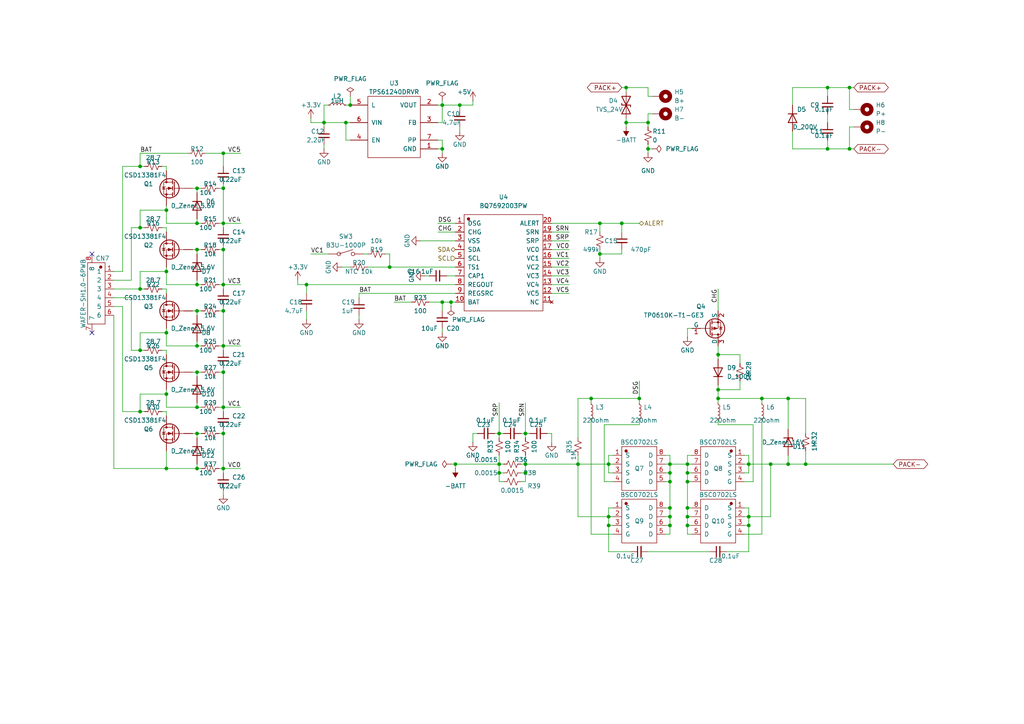
<source format=kicad_sch>
(kicad_sch (version 20231120) (generator "eeschema") (generator_version "8.0")
  (paper "A4")
  (title_block (title "CawBMS") (date "2023-11-22") (rev "v1.0.0") (company "GUAIK"))
  (lib_symbols
    (symbol "-BATT_1" (power) (pin_numbers hide) (pin_names (offset 0) hide)
      (property "Value" "-BATT" (at 0 3.556 0))
      (symbol "-BATT_1_1_1"
        (pin power_in line (at 0 0 90) (length 0) (name "~") (number "1"))
      )
    )
    (symbol "Device:C_Small" (pin_numbers hide) (pin_names (offset 0.254) hide)
      (property "Reference" "C" (at 0.254 1.778 0))
      (property "Value" "C_Small" (at 0.254 -2.032 0))
      (symbol "C_Small_1_1"
        (pin passive line (at 0 2.54 270) (length 2.032) (name "~") (number "1"))
        (pin passive line (at 0 -2.54 90) (length 2.032) (name "~") (number "2"))
      )
    )
    (symbol "Device:D" (pin_numbers hide) (pin_names (offset 1.016) hide)
      (property "Reference" "D" (at 0 2.54 0))
      (property "Value" "D" (at 0 -2.54 0))
      (symbol "D_1_1"
        (pin passive line (at -3.81 0 0) (length 2.54) (name "K") (number "1"))
        (pin passive line (at 3.81 0 180) (length 2.54) (name "A") (number "2"))
      )
    )
    (symbol "Device:D_TVS" (pin_numbers hide) (pin_names (offset 1.016) hide)
      (property "Reference" "D" (at 0 2.54 0))
      (property "Value" "D_TVS" (at 0 -2.54 0))
      (symbol "D_TVS_1_1"
        (pin passive line (at -3.81 0 0) (length 2.54) (name "A1") (number "1"))
        (pin passive line (at 3.81 0 180) (length 2.54) (name "A2") (number "2"))
      )
    )
    (symbol "Device:D_Zener" (pin_numbers hide) (pin_names (offset 1.016) hide)
      (property "Reference" "D" (at 0 2.54 0))
      (property "Value" "D_Zener" (at 0 -2.54 0))
      (symbol "D_Zener_1_1"
        (pin passive line (at -3.81 0 0) (length 2.54) (name "K") (number "1"))
        (pin passive line (at 3.81 0 180) (length 2.54) (name "A") (number "2"))
      )
    )
    (symbol "Device:L_Small" (pin_numbers hide) (pin_names (offset 0.254) hide)
      (property "Reference" "L" (at 0.762 1.016 0))
      (property "Value" "L_Small" (at 0.762 -1.016 0))
      (symbol "L_Small_1_1"
        (pin passive line (at 0 2.54 270) (length 0.508) (name "~") (number "1"))
        (pin passive line (at 0 -2.54 90) (length 0.508) (name "~") (number "2"))
      )
    )
    (symbol "Device:R_Small_US" (pin_numbers hide) (pin_names (offset 0.254) hide)
      (property "Reference" "R" (at 0.762 0.508 0))
      (property "Value" "R_Small_US" (at 0.762 -1.016 0))
      (symbol "R_Small_US_1_1"
        (pin passive line (at 0 2.54 270) (length 1.016) (name "~") (number "1"))
        (pin passive line (at 0 -2.54 90) (length 1.016) (name "~") (number "2"))
      )
    )
    (symbol "Mechanical:MountingHole_Pad" (pin_numbers hide) (pin_names (offset 1.016) hide)
      (property "Reference" "H" (at 0 6.35 0))
      (property "Value" "MountingHole_Pad" (at 0 4.445 0))
      (symbol "MountingHole_Pad_1_1"
        (pin input line (at 0 -2.54 90) (length 2.54) (name "1") (number "1"))
      )
    )
    (symbol "MountingHole_Pad_1" (pin_numbers hide) (pin_names (offset 1.016) hide)
      (property "Reference" "H" (at 0 6.35 0))
      (property "Value" "MountingHole_Pad" (at 0 4.445 0))
      (symbol "MountingHole_Pad_1_1_1"
        (pin input line (at 0 -2.54 90) (length 2.54) (name "1") (number "1"))
      )
    )
    (symbol "MountingHole_Pad_2" (pin_numbers hide) (pin_names (offset 1.016) hide)
      (property "Reference" "H" (at 0 6.35 0))
      (property "Value" "MountingHole_Pad" (at 0 4.445 0))
      (symbol "MountingHole_Pad_2_1_1"
        (pin input line (at 0 -2.54 90) (length 2.54) (name "1") (number "1"))
      )
    )
    (symbol "MountingHole_Pad_3" (pin_numbers hide) (pin_names (offset 1.016) hide)
      (property "Reference" "H" (at 0 6.35 0))
      (property "Value" "MountingHole_Pad" (at 0 4.445 0))
      (symbol "MountingHole_Pad_3_1_1"
        (pin input line (at 0 -2.54 90) (length 2.54) (name "1") (number "1"))
      )
    )
    (symbol "Rick_BMS:BQ7692003PW" (pin_names (offset 1.016))
      (property "Reference" "U" (at 0 16.51 0))
      (property "Value" "BQ7692003PW" (at 0 21.59 0))
      (symbol "BQ7692003PW_1_1"
        (pin output line (at -13.97 11.43 0) (length 2.54) (name "DSG") (number "1"))
        (pin power_in line (at -13.97 -11.43 0) (length 2.54) (name "BAT") (number "10"))
        (pin no_connect line (at 13.97 -11.43 180) (length 2.54) (name "NC") (number "11"))
        (pin input line (at 13.97 -8.89 180) (length 2.54) (name "VC5") (number "12"))
        (pin input line (at 13.97 -6.35 180) (length 2.54) (name "VC4") (number "13"))
        (pin input line (at 13.97 -3.81 180) (length 2.54) (name "VC3") (number "14"))
        (pin input line (at 13.97 -1.27 180) (length 2.54) (name "VC2") (number "15"))
        (pin input line (at 13.97 1.27 180) (length 2.54) (name "VC1") (number "16"))
        (pin input line (at 13.97 3.81 180) (length 2.54) (name "VC0") (number "17"))
        (pin input line (at 13.97 6.35 180) (length 2.54) (name "SRP") (number "18"))
        (pin input line (at 13.97 8.89 180) (length 2.54) (name "SRN") (number "19"))
        (pin output line (at -13.97 8.89 0) (length 2.54) (name "CHG") (number "2"))
        (pin bidirectional line (at 13.97 11.43 180) (length 2.54) (name "ALERT") (number "20"))
        (pin power_in line (at -13.97 6.35 0) (length 2.54) (name "VSS") (number "3"))
        (pin bidirectional line (at -13.97 3.81 0) (length 2.54) (name "SDA") (number "4"))
        (pin input line (at -13.97 1.27 0) (length 2.54) (name "SCL") (number "5"))
        (pin input line (at -13.97 -1.27 0) (length 2.54) (name "TS1") (number "6"))
        (pin output line (at -13.97 -3.81 0) (length 2.54) (name "CAP1") (number "7"))
        (pin power_out line (at -13.97 -6.35 0) (length 2.54) (name "REGOUT") (number "8"))
        (pin input line (at -13.97 -8.89 0) (length 2.54) (name "REGSRC") (number "9"))
      )
    )
    (symbol "Rick_Connector:WAFER-SH1.0-6PWB" (pin_names (offset 1.016))
      (property "Reference" "CN" (at 0 14.224 0))
      (property "Value" "WAFER-SH1.0-6PWB" (at 0 19.304 0))
      (symbol "WAFER-SH1.0-6PWB_1_1"
        (pin input line (at -5.08 6.35 0) (length 2.54) (name "1") (number "1"))
        (pin input line (at -5.08 3.81 0) (length 2.54) (name "2") (number "2"))
        (pin input line (at -5.08 1.27 0) (length 2.54) (name "3") (number "3"))
        (pin input line (at -5.08 -1.27 0) (length 2.54) (name "4") (number "4"))
        (pin input line (at -5.08 -3.81 0) (length 2.54) (name "5") (number "5"))
        (pin input line (at -5.08 -6.35 0) (length 2.54) (name "6") (number "6"))
        (pin input line (at 1.27 -11.43 90) (length 2.54) (name "7") (number "7"))
        (pin input line (at 1.27 11.43 270) (length 2.54) (name "8") (number "8"))
      )
    )
    (symbol "Rick_DC-DC:TPS61240DRVR" (pin_names (offset 1.016))
      (property "Reference" "U" (at 0 11.557 0))
      (property "Value" "TPS61240DRVR" (at 0 16.637 0))
      (symbol "TPS61240DRVR_1_1"
        (pin power_in line (at 12.7 -6.35 180) (length 5.08) (name "GND") (number "1"))
        (pin power_in line (at 12.7 6.35 180) (length 5.08) (name "VOUT") (number "2"))
        (pin input line (at 12.7 1.27 180) (length 5.08) (name "FB") (number "3"))
        (pin input line (at -12.7 -3.81 0) (length 5.08) (name "EN") (number "4"))
        (pin power_in line (at -12.7 6.35 0) (length 5.08) (name "L") (number "5"))
        (pin power_in line (at -12.7 1.27 0) (length 5.08) (name "VIN") (number "6"))
        (pin power_in line (at 12.7 -3.81 180) (length 5.08) (name "PP") (number "7"))
      )
    )
    (symbol "Rick_MOSFET:BSC0702LS" (pin_names (offset 1.016))
      (property "Reference" "Q" (at 0 10.3124 0))
      (property "Value" "BSC0702LS" (at 0 15.3924 0))
      (symbol "BSC0702LS_1_1"
        (pin passive line (at -7.62 5.08 0) (length 2.54) (name "S") (number "1"))
        (pin passive line (at -7.62 2.54 0) (length 2.54) (name "S") (number "2"))
        (pin passive line (at -7.62 0 0) (length 2.54) (name "S") (number "3"))
        (pin input line (at -7.62 -2.54 0) (length 2.54) (name "G") (number "4"))
        (pin passive line (at 7.62 -2.54 180) (length 2.54) (name "D") (number "5"))
        (pin passive line (at 7.62 0 180) (length 2.54) (name "D") (number "6"))
        (pin passive line (at 7.62 2.54 180) (length 2.54) (name "D") (number "7"))
        (pin passive line (at 7.62 5.08 180) (length 2.54) (name "D") (number "8"))
      )
    )
    (symbol "Rick_MOSFET:CSD13381F4" (pin_numbers hide) (pin_names (offset 1.016) hide)
      (property "Reference" "Q" (at -1.27 5.08 0))
      (property "Value" "CSD13381F4" (at -6.35 7.62 0))
      (symbol "CSD13381F4_1_1"
        (pin input line (at -6.35 0 0) (length 2.54) (name "G") (number "1"))
        (pin passive line (at 1.27 -5.08 90) (length 2.54) (name "S") (number "2"))
        (pin passive line (at 1.27 5.08 270) (length 2.54) (name "D") (number "3"))
      )
    )
    (symbol "Rick_MOSFET:TP0610K-T1-GE3" (pin_names (offset 0))
      (property "Reference" "Q" (at 5.08 1.27 0))
      (property "Value" "TP0610K-T1-GE3" (at 5.08 -1.27 0))
      (symbol "TP0610K-T1-GE3_1_1"
        (pin input line (at -5.08 0 0) (length 2.54) (name "G") (number "1"))
        (pin passive line (at 2.54 -5.08 90) (length 2.54) (name "S") (number "2"))
        (pin passive line (at 2.54 5.08 270) (length 2.54) (name "D") (number "3"))
      )
    )
    (symbol "Rick_Switch:B3U-1000P" (pin_numbers hide) (pin_names (offset 1.016) hide)
      (property "Reference" "SW" (at 0 2.54 0))
      (property "Value" "B3U-1000P" (at 0 5.08 0))
      (symbol "B3U-1000P_0_1"
        (pin passive line (at -5.08 0 0) (length 2.54) (name "1") (number "1"))
        (pin passive line (at 5.08 0 180) (length 2.54) (name "2") (number "2"))
      )
    )
    (symbol "power:+3.3V" (power) (pin_numbers hide) (pin_names (offset 0) hide)
      (property "Value" "+3.3V" (at 0 3.556 0))
      (symbol "+3.3V_1_1"
        (pin power_in line (at 0 0 90) (length 0) (name "~") (number "1"))
      )
    )
    (symbol "power:+5V" (power) (pin_numbers hide) (pin_names (offset 0) hide)
      (property "Value" "+5V" (at 0 3.556 0))
      (symbol "+5V_1_1"
        (pin power_in line (at 0 0 90) (length 0) (name "~") (number "1"))
      )
    )
    (symbol "power:-BATT" (power) (pin_numbers hide) (pin_names (offset 0) hide)
      (property "Value" "-BATT" (at 0 3.556 0))
      (symbol "-BATT_1_1"
        (pin power_in line (at 0 0 90) (length 0) (name "~") (number "1"))
      )
    )
    (symbol "power:GND" (power) (pin_numbers hide) (pin_names (offset 0) hide)
      (property "Value" "GND" (at 0 -3.81 0))
      (symbol "GND_1_1"
        (pin power_in line (at 0 0 270) (length 0) (name "~") (number "1"))
      )
    )
    (symbol "power:PWR_FLAG" (power) (pin_numbers hide) (pin_names (offset 0) hide)
      (property "Value" "PWR_FLAG" (at 0 3.81 0))
      (symbol "PWR_FLAG_0_0"
        (pin power_out line (at 0 0 90) (length 0) (name "~") (number "1"))
      )
    )
  )
  (junction (at 199.39 152.4))
  (junction (at 240.03 43.18))
  (junction (at 185.42 115.57))
  (junction (at 57.15 54.61))
  (junction (at 132.08 134.62))
  (junction (at 194.31 134.62))
  (junction (at 181.61 25.4))
  (junction (at 233.68 134.62))
  (junction (at 128.27 30.48))
  (junction (at 199.39 147.32))
  (junction (at 64.77 72.39))
  (junction (at 228.6 115.57))
  (junction (at 57.15 82.55))
  (junction (at 217.17 134.62))
  (junction (at 57.15 107.95))
  (junction (at 176.53 152.4))
  (junction (at 246.38 43.18))
  (junction (at 180.34 64.77))
  (junction (at 48.26 114.3))
  (junction (at 199.39 137.16))
  (junction (at 199.39 134.62))
  (junction (at 194.31 139.7))
  (junction (at 152.4 125.73))
  (junction (at 208.28 115.57))
  (junction (at 173.99 64.77))
  (junction (at 40.64 83.82))
  (junction (at 57.15 90.17))
  (junction (at 64.77 90.17))
  (junction (at 223.52 134.62))
  (junction (at 100.33 35.56))
  (junction (at 48.26 96.52))
  (junction (at 64.77 100.33))
  (junction (at 57.15 100.33))
  (junction (at 64.77 54.61))
  (junction (at 176.53 134.62))
  (junction (at 240.03 25.4))
  (junction (at 40.64 48.26))
  (junction (at 144.78 137.16))
  (junction (at 57.15 125.73))
  (junction (at 128.27 87.63))
  (junction (at 128.27 43.18))
  (junction (at 57.15 118.11))
  (junction (at 48.26 135.89))
  (junction (at 64.77 118.11))
  (junction (at 208.28 102.87))
  (junction (at 93.98 35.56))
  (junction (at 64.77 82.55))
  (junction (at 64.77 125.73))
  (junction (at 48.26 78.74))
  (junction (at 40.64 66.04))
  (junction (at 144.78 125.73))
  (junction (at 130.81 87.63))
  (junction (at 167.64 134.62))
  (junction (at 101.6 30.48))
  (junction (at 64.77 107.95))
  (junction (at 64.77 44.45))
  (junction (at 173.99 73.66))
  (junction (at 152.4 137.16))
  (junction (at 217.17 149.86))
  (junction (at 228.6 134.62))
  (junction (at 133.35 30.48))
  (junction (at 199.39 139.7))
  (junction (at 64.77 135.89))
  (junction (at 144.78 134.62))
  (junction (at 40.64 119.38))
  (junction (at 199.39 149.86))
  (junction (at 57.15 72.39))
  (junction (at 217.17 152.4))
  (junction (at 187.96 43.18))
  (junction (at 88.9 82.55))
  (junction (at 48.26 60.96))
  (junction (at 194.31 147.32))
  (junction (at 194.31 152.4))
  (junction (at 220.98 115.57))
  (junction (at 152.4 134.62))
  (junction (at 57.15 64.77))
  (junction (at 194.31 149.86))
  (junction (at 194.31 137.16))
  (junction (at 57.15 135.89))
  (junction (at 246.38 25.4))
  (junction (at 176.53 149.86))
  (junction (at 181.61 35.56))
  (junction (at 208.28 113.03))
  (junction (at 113.03 77.47))
  (junction (at 171.45 115.57))
  (junction (at 40.64 101.6))
  (junction (at 64.77 64.77))
  (junction (at 187.96 35.56))
  (no_connect (at 26.67 73.66))
  (no_connect (at 26.67 96.52))
  (wire (pts (xy 199.39 152.4) (xy 199.39 154.94)))
  (wire (pts (xy 228.6 115.57) (xy 220.98 115.57)))
  (wire (pts (xy 199.39 147.32) (xy 199.39 149.86)))
  (wire (pts (xy 101.6 40.64) (xy 100.33 40.64)))
  (wire (pts (xy 64.77 100.33) (xy 69.85 100.33)))
  (wire (pts (xy 64.77 100.33) (xy 64.77 101.6)))
  (wire (pts (xy 130.81 134.62) (xy 132.08 134.62)))
  (wire (pts (xy 64.77 125.73) (xy 64.77 135.89)))
  (wire (pts (xy 128.27 40.64) (xy 128.27 43.18)))
  (wire (pts (xy 220.98 121.92) (xy 220.98 154.94)))
  (wire (pts (xy 40.64 96.52) (xy 48.26 96.52)))
  (wire (pts (xy 64.77 142.24) (xy 64.77 143.51)))
  (wire (pts (xy 48.26 114.3) (xy 48.26 118.11)))
  (wire (pts (xy 217.17 132.08) (xy 217.17 134.62)))
  (wire (pts (xy 40.64 83.82) (xy 40.64 78.74)))
  (wire (pts (xy 124.46 87.63) (xy 128.27 87.63)))
  (wire (pts (xy 93.98 35.56) (xy 93.98 36.83)))
  (wire (pts (xy 64.77 82.55) (xy 69.85 82.55)))
  (wire (pts (xy 46.99 66.04) (xy 48.26 66.04)))
  (wire (pts (xy 64.77 118.11) (xy 69.85 118.11)))
  (wire (pts (xy 160.02 125.73) (xy 160.02 128.27)))
  (wire (pts (xy 199.39 149.86) (xy 199.39 152.4)))
  (wire (pts (xy 215.9 134.62) (xy 217.17 134.62)))
  (wire (pts (xy 133.35 30.48) (xy 128.27 30.48)))
  (wire (pts (xy 132.08 85.09) (xy 104.14 85.09)))
  (wire (pts (xy 40.64 114.3) (xy 48.26 114.3)))
  (wire (pts (xy 64.77 100.33) (xy 64.77 90.17)))
  (wire (pts (xy 189.23 33.02) (xy 187.96 33.02)))
  (wire (pts (xy 48.26 100.33) (xy 57.15 100.33)))
  (wire (pts (xy 128.27 87.63) (xy 130.81 87.63)))
  (wire (pts (xy 193.04 152.4) (xy 194.31 152.4)))
  (wire (pts (xy 214.63 105.41) (xy 214.63 102.87)))
  (wire (pts (xy 246.38 36.83) (xy 247.65 36.83)))
  (wire (pts (xy 176.53 149.86) (xy 176.53 152.4)))
  (wire (pts (xy 90.17 35.56) (xy 93.98 35.56)))
  (wire (pts (xy 121.92 69.85) (xy 132.08 69.85)))
  (wire (pts (xy 171.45 115.57) (xy 185.42 115.57)))
  (wire (pts (xy 187.96 25.4) (xy 181.61 25.4)))
  (wire (pts (xy 57.15 90.17) (xy 58.42 90.17)))
  (wire (pts (xy 35.56 88.9) (xy 35.56 119.38)))
  (wire (pts (xy 64.77 90.17) (xy 63.5 90.17)))
  (wire (pts (xy 35.56 119.38) (xy 40.64 119.38)))
  (wire (pts (xy 64.77 118.11) (xy 64.77 119.38)))
  (wire (pts (xy 180.34 64.77) (xy 180.34 67.31)))
  (wire (pts (xy 57.15 100.33) (xy 58.42 100.33)))
  (wire (pts (xy 208.28 116.84) (xy 208.28 115.57)))
  (wire (pts (xy 199.39 134.62) (xy 199.39 137.16)))
  (wire (pts (xy 144.78 137.16) (xy 146.05 137.16)))
  (wire (pts (xy 217.17 152.4) (xy 215.9 152.4)))
  (wire (pts (xy 132.08 134.62) (xy 144.78 134.62)))
  (wire (pts (xy 57.15 90.17) (xy 57.15 91.44)))
  (wire (pts (xy 199.39 149.86) (xy 200.66 149.86)))
  (wire (pts (xy 189.23 27.94) (xy 187.96 27.94)))
  (wire (pts (xy 64.77 125.73) (xy 63.5 125.73)))
  (wire (pts (xy 152.4 139.7) (xy 151.13 139.7)))
  (wire (pts (xy 57.15 54.61) (xy 58.42 54.61)))
  (wire (pts (xy 38.1 86.36) (xy 33.02 86.36)))
  (wire (pts (xy 176.53 132.08) (xy 176.53 134.62)))
  (wire (pts (xy 246.38 25.4) (xy 247.65 25.4)))
  (wire (pts (xy 171.45 154.94) (xy 177.8 154.94)))
  (wire (pts (xy 100.33 35.56) (xy 101.6 35.56)))
  (wire (pts (xy 215.9 149.86) (xy 217.17 149.86)))
  (wire (pts (xy 64.77 54.61) (xy 64.77 64.77)))
  (wire (pts (xy 246.38 36.83) (xy 246.38 43.18)))
  (wire (pts (xy 187.96 35.56) (xy 181.61 35.56)))
  (wire (pts (xy 176.53 147.32) (xy 176.53 149.86)))
  (wire (pts (xy 228.6 132.08) (xy 228.6 134.62)))
  (wire (pts (xy 176.53 160.02) (xy 176.53 152.4)))
  (wire (pts (xy 199.39 95.25) (xy 199.39 97.79)))
  (wire (pts (xy 57.15 107.95) (xy 58.42 107.95)))
  (wire (pts (xy 173.99 67.31) (xy 173.99 64.77)))
  (wire (pts (xy 217.17 149.86) (xy 223.52 149.86)))
  (wire (pts (xy 48.26 60.96) (xy 48.26 64.77)))
  (wire (pts (xy 167.64 115.57) (xy 171.45 115.57)))
  (wire (pts (xy 220.98 154.94) (xy 215.9 154.94)))
  (wire (pts (xy 208.28 83.82) (xy 208.28 90.17)))
  (wire (pts (xy 48.26 113.03) (xy 48.26 114.3)))
  (wire (pts (xy 208.28 100.33) (xy 208.28 102.87)))
  (wire (pts (xy 40.64 101.6) (xy 40.64 96.52)))
  (wire (pts (xy 228.6 124.46) (xy 228.6 115.57)))
  (wire (pts (xy 35.56 48.26) (xy 35.56 78.74)))
  (wire (pts (xy 105.41 73.66) (xy 106.68 73.66)))
  (wire (pts (xy 165.1 82.55) (xy 160.02 82.55)))
  (wire (pts (xy 200.66 147.32) (xy 199.39 147.32)))
  (wire (pts (xy 176.53 134.62) (xy 176.53 137.16)))
  (wire (pts (xy 33.02 135.89) (xy 48.26 135.89)))
  (wire (pts (xy 233.68 134.62) (xy 259.08 134.62)))
  (wire (pts (xy 64.77 124.46) (xy 64.77 125.73)))
  (wire (pts (xy 180.34 72.39) (xy 180.34 73.66)))
  (wire (pts (xy 48.26 82.55) (xy 57.15 82.55)))
  (wire (pts (xy 175.26 139.7) (xy 177.8 139.7)))
  (wire (pts (xy 40.64 60.96) (xy 48.26 60.96)))
  (wire (pts (xy 152.4 125.73) (xy 153.67 125.73)))
  (wire (pts (xy 133.35 36.83) (xy 133.35 38.1)))
  (wire (pts (xy 63.5 72.39) (xy 64.77 72.39)))
  (wire (pts (xy 217.17 147.32) (xy 217.17 149.86)))
  (wire (pts (xy 228.6 134.62) (xy 233.68 134.62)))
  (wire (pts (xy 64.77 54.61) (xy 64.77 53.34)))
  (wire (pts (xy 208.28 113.03) (xy 208.28 115.57)))
  (wire (pts (xy 173.99 64.77) (xy 160.02 64.77)))
  (wire (pts (xy 193.04 132.08) (xy 194.31 132.08)))
  (wire (pts (xy 88.9 82.55) (xy 88.9 85.09)))
  (wire (pts (xy 214.63 110.49) (xy 214.63 113.03)))
  (wire (pts (xy 101.6 27.94) (xy 101.6 30.48)))
  (wire (pts (xy 104.14 85.09) (xy 104.14 86.36)))
  (wire (pts (xy 48.26 95.25) (xy 48.26 96.52)))
  (wire (pts (xy 199.39 154.94) (xy 200.66 154.94)))
  (wire (pts (xy 233.68 125.73) (xy 233.68 115.57)))
  (wire (pts (xy 90.17 73.66) (xy 95.25 73.66)))
  (wire (pts (xy 132.08 134.62) (xy 132.08 135.89)))
  (wire (pts (xy 130.81 87.63) (xy 132.08 87.63)))
  (wire (pts (xy 152.4 125.73) (xy 152.4 127)))
  (wire (pts (xy 128.27 29.21) (xy 128.27 30.48)))
  (wire (pts (xy 128.27 30.48) (xy 128.27 35.56)))
  (wire (pts (xy 208.28 111.76) (xy 208.28 113.03)))
  (wire (pts (xy 165.1 67.31) (xy 160.02 67.31)))
  (wire (pts (xy 40.64 78.74) (xy 48.26 78.74)))
  (wire (pts (xy 88.9 82.55) (xy 86.36 82.55)))
  (wire (pts (xy 64.77 64.77) (xy 69.85 64.77)))
  (wire (pts (xy 215.9 147.32) (xy 217.17 147.32)))
  (wire (pts (xy 113.03 77.47) (xy 132.08 77.47)))
  (wire (pts (xy 93.98 35.56) (xy 100.33 35.56)))
  (wire (pts (xy 48.26 101.6) (xy 48.26 102.87)))
  (wire (pts (xy 217.17 137.16) (xy 215.9 137.16)))
  (wire (pts (xy 48.26 83.82) (xy 48.26 85.09)))
  (wire (pts (xy 173.99 72.39) (xy 173.99 73.66)))
  (wire (pts (xy 181.61 25.4) (xy 181.61 26.67)))
  (wire (pts (xy 194.31 134.62) (xy 194.31 137.16)))
  (wire (pts (xy 187.96 160.02) (xy 205.74 160.02)))
  (wire (pts (xy 223.52 134.62) (xy 228.6 134.62)))
  (wire (pts (xy 199.39 137.16) (xy 200.66 137.16)))
  (wire (pts (xy 55.88 54.61) (xy 57.15 54.61)))
  (wire (pts (xy 185.42 64.77) (xy 180.34 64.77)))
  (wire (pts (xy 48.26 59.69) (xy 48.26 60.96)))
  (wire (pts (xy 111.76 73.66) (xy 113.03 73.66)))
  (wire (pts (xy 104.14 91.44) (xy 104.14 92.71)))
  (wire (pts (xy 217.17 160.02) (xy 217.17 152.4)))
  (wire (pts (xy 199.39 137.16) (xy 199.39 139.7)))
  (wire (pts (xy 194.31 139.7) (xy 194.31 147.32)))
  (wire (pts (xy 217.17 134.62) (xy 217.17 137.16)))
  (wire (pts (xy 199.39 134.62) (xy 200.66 134.62)))
  (wire (pts (xy 129.54 80.01) (xy 132.08 80.01)))
  (wire (pts (xy 128.27 95.25) (xy 128.27 96.52)))
  (wire (pts (xy 64.77 135.89) (xy 69.85 135.89)))
  (wire (pts (xy 55.88 107.95) (xy 57.15 107.95)))
  (wire (pts (xy 144.78 116.84) (xy 144.78 125.73)))
  (wire (pts (xy 167.64 132.08) (xy 167.64 134.62)))
  (wire (pts (xy 165.1 72.39) (xy 160.02 72.39)))
  (wire (pts (xy 200.66 95.25) (xy 199.39 95.25)))
  (wire (pts (xy 199.39 132.08) (xy 199.39 134.62)))
  (wire (pts (xy 57.15 73.66) (xy 57.15 72.39)))
  (wire (pts (xy 100.33 35.56) (xy 100.33 40.64)))
  (wire (pts (xy 171.45 116.84) (xy 171.45 115.57)))
  (wire (pts (xy 193.04 134.62) (xy 194.31 134.62)))
  (wire (pts (xy 64.77 107.95) (xy 63.5 107.95)))
  (wire (pts (xy 187.96 43.18) (xy 189.23 43.18)))
  (wire (pts (xy 64.77 71.12) (xy 64.77 72.39)))
  (wire (pts (xy 95.25 30.48) (xy 93.98 30.48)))
  (wire (pts (xy 64.77 88.9) (xy 64.77 90.17)))
  (wire (pts (xy 90.17 34.29) (xy 90.17 35.56)))
  (wire (pts (xy 194.31 134.62) (xy 199.39 134.62)))
  (wire (pts (xy 57.15 107.95) (xy 57.15 109.22)))
  (wire (pts (xy 127 67.31) (xy 132.08 67.31)))
  (wire (pts (xy 48.26 64.77) (xy 57.15 64.77)))
  (wire (pts (xy 152.4 116.84) (xy 152.4 125.73)))
  (wire (pts (xy 106.68 77.47) (xy 113.03 77.47)))
  (wire (pts (xy 165.1 74.93) (xy 160.02 74.93)))
  (wire (pts (xy 57.15 82.55) (xy 58.42 82.55)))
  (wire (pts (xy 57.15 135.89) (xy 57.15 134.62)))
  (wire (pts (xy 187.96 43.18) (xy 187.96 44.45)))
  (wire (pts (xy 48.26 119.38) (xy 48.26 120.65)))
  (wire (pts (xy 217.17 149.86) (xy 217.17 152.4)))
  (wire (pts (xy 193.04 137.16) (xy 194.31 137.16)))
  (wire (pts (xy 35.56 78.74) (xy 33.02 78.74)))
  (wire (pts (xy 194.31 132.08) (xy 194.31 134.62)))
  (wire (pts (xy 194.31 149.86) (xy 194.31 152.4)))
  (wire (pts (xy 199.39 139.7) (xy 200.66 139.7)))
  (wire (pts (xy 48.26 118.11) (xy 57.15 118.11)))
  (wire (pts (xy 100.33 30.48) (xy 101.6 30.48)))
  (wire (pts (xy 40.64 119.38) (xy 40.64 114.3)))
  (wire (pts (xy 246.38 25.4) (xy 240.03 25.4)))
  (wire (pts (xy 246.38 43.18) (xy 247.65 43.18)))
  (wire (pts (xy 63.5 82.55) (xy 64.77 82.55)))
  (wire (pts (xy 33.02 91.44) (xy 33.02 135.89)))
  (wire (pts (xy 187.96 27.94) (xy 187.96 25.4)))
  (wire (pts (xy 41.91 48.26) (xy 40.64 48.26)))
  (wire (pts (xy 138.43 125.73) (xy 137.16 125.73)))
  (wire (pts (xy 144.78 137.16) (xy 144.78 139.7)))
  (wire (pts (xy 40.64 66.04) (xy 41.91 66.04)))
  (wire (pts (xy 194.31 137.16) (xy 194.31 139.7)))
  (wire (pts (xy 128.27 30.48) (xy 127 30.48)))
  (wire (pts (xy 215.9 132.08) (xy 217.17 132.08)))
  (wire (pts (xy 48.26 66.04) (xy 48.26 67.31)))
  (wire (pts (xy 185.42 110.49) (xy 185.42 115.57)))
  (wire (pts (xy 233.68 115.57) (xy 228.6 115.57)))
  (wire (pts (xy 137.16 125.73) (xy 137.16 128.27)))
  (wire (pts (xy 38.1 101.6) (xy 40.64 101.6)))
  (wire (pts (xy 57.15 125.73) (xy 58.42 125.73)))
  (wire (pts (xy 187.96 33.02) (xy 187.96 35.56)))
  (wire (pts (xy 193.04 147.32) (xy 194.31 147.32)))
  (wire (pts (xy 57.15 118.11) (xy 57.15 116.84)))
  (wire (pts (xy 55.88 72.39) (xy 57.15 72.39)))
  (wire (pts (xy 152.4 132.08) (xy 152.4 134.62)))
  (wire (pts (xy 208.28 121.92) (xy 208.28 123.19)))
  (wire (pts (xy 63.5 64.77) (xy 64.77 64.77)))
  (wire (pts (xy 144.78 125.73) (xy 144.78 127)))
  (wire (pts (xy 128.27 43.18) (xy 128.27 44.45)))
  (wire (pts (xy 194.31 152.4) (xy 194.31 154.94)))
  (wire (pts (xy 180.34 25.4) (xy 181.61 25.4)))
  (wire (pts (xy 246.38 25.4) (xy 246.38 31.75)))
  (wire (pts (xy 40.64 101.6) (xy 41.91 101.6)))
  (wire (pts (xy 86.36 81.28) (xy 86.36 82.55)))
  (wire (pts (xy 152.4 134.62) (xy 167.64 134.62)))
  (wire (pts (xy 93.98 41.91) (xy 93.98 43.18)))
  (wire (pts (xy 55.88 125.73) (xy 57.15 125.73)))
  (wire (pts (xy 223.52 149.86) (xy 223.52 134.62)))
  (wire (pts (xy 133.35 30.48) (xy 133.35 31.75)))
  (wire (pts (xy 200.66 132.08) (xy 199.39 132.08)))
  (wire (pts (xy 229.87 25.4) (xy 229.87 30.48)))
  (wire (pts (xy 193.04 149.86) (xy 194.31 149.86)))
  (wire (pts (xy 181.61 35.56) (xy 181.61 34.29)))
  (wire (pts (xy 165.1 80.01) (xy 160.02 80.01)))
  (wire (pts (xy 48.26 130.81) (xy 48.26 135.89)))
  (wire (pts (xy 46.99 83.82) (xy 48.26 83.82)))
  (wire (pts (xy 144.78 125.73) (xy 146.05 125.73)))
  (wire (pts (xy 63.5 54.61) (xy 64.77 54.61)))
  (wire (pts (xy 48.26 135.89) (xy 57.15 135.89)))
  (wire (pts (xy 46.99 48.26) (xy 48.26 48.26)))
  (wire (pts (xy 130.81 87.63) (xy 130.81 88.9)))
  (wire (pts (xy 33.02 88.9) (xy 35.56 88.9)))
  (wire (pts (xy 55.88 90.17) (xy 57.15 90.17)))
  (wire (pts (xy 177.8 132.08) (xy 176.53 132.08)))
  (wire (pts (xy 137.16 30.48) (xy 133.35 30.48)))
  (wire (pts (xy 123.19 80.01) (xy 124.46 80.01)))
  (wire (pts (xy 38.1 66.04) (xy 38.1 81.28)))
  (wire (pts (xy 63.5 100.33) (xy 64.77 100.33)))
  (wire (pts (xy 57.15 118.11) (xy 58.42 118.11)))
  (wire (pts (xy 137.16 29.21) (xy 137.16 30.48)))
  (wire (pts (xy 48.26 48.26) (xy 48.26 49.53)))
  (wire (pts (xy 217.17 134.62) (xy 223.52 134.62)))
  (wire (pts (xy 57.15 125.73) (xy 57.15 127)))
  (wire (pts (xy 64.77 44.45) (xy 69.85 44.45)))
  (wire (pts (xy 185.42 115.57) (xy 185.42 116.84)))
  (wire (pts (xy 40.64 48.26) (xy 40.64 44.45)))
  (wire (pts (xy 176.53 152.4) (xy 177.8 152.4)))
  (wire (pts (xy 59.69 44.45) (xy 64.77 44.45)))
  (wire (pts (xy 185.42 121.92) (xy 185.42 123.19)))
  (wire (pts (xy 175.26 123.19) (xy 175.26 139.7)))
  (wire (pts (xy 64.77 83.82) (xy 64.77 82.55)))
  (wire (pts (xy 57.15 64.77) (xy 58.42 64.77)))
  (wire (pts (xy 194.31 154.94) (xy 193.04 154.94)))
  (wire (pts (xy 246.38 31.75) (xy 247.65 31.75)))
  (wire (pts (xy 194.31 139.7) (xy 193.04 139.7)))
  (wire (pts (xy 88.9 90.17) (xy 88.9 92.71)))
  (wire (pts (xy 210.82 160.02) (xy 217.17 160.02)))
  (wire (pts (xy 187.96 41.91) (xy 187.96 43.18)))
  (wire (pts (xy 176.53 149.86) (xy 177.8 149.86)))
  (wire (pts (xy 187.96 35.56) (xy 187.96 36.83)))
  (wire (pts (xy 240.03 40.64) (xy 240.03 43.18)))
  (wire (pts (xy 33.02 83.82) (xy 40.64 83.82)))
  (wire (pts (xy 127 64.77) (xy 132.08 64.77)))
  (wire (pts (xy 40.64 119.38) (xy 41.91 119.38)))
  (wire (pts (xy 48.26 96.52) (xy 48.26 100.33)))
  (wire (pts (xy 165.1 69.85) (xy 160.02 69.85)))
  (wire (pts (xy 127 40.64) (xy 128.27 40.64)))
  (wire (pts (xy 127 35.56) (xy 128.27 35.56)))
  (wire (pts (xy 64.77 64.77) (xy 64.77 66.04)))
  (wire (pts (xy 240.03 43.18) (xy 246.38 43.18)))
  (wire (pts (xy 165.1 85.09) (xy 160.02 85.09)))
  (wire (pts (xy 57.15 64.77) (xy 57.15 63.5)))
  (wire (pts (xy 113.03 73.66) (xy 113.03 77.47)))
  (wire (pts (xy 64.77 135.89) (xy 64.77 137.16)))
  (wire (pts (xy 48.26 77.47) (xy 48.26 78.74)))
  (wire (pts (xy 88.9 82.55) (xy 132.08 82.55)))
  (wire (pts (xy 185.42 123.19) (xy 175.26 123.19)))
  (wire (pts (xy 240.03 33.02) (xy 240.03 35.56)))
  (wire (pts (xy 144.78 139.7) (xy 146.05 139.7)))
  (wire (pts (xy 208.28 102.87) (xy 208.28 104.14)))
  (wire (pts (xy 180.34 64.77) (xy 173.99 64.77)))
  (wire (pts (xy 64.77 72.39) (xy 64.77 82.55)))
  (wire (pts (xy 64.77 106.68) (xy 64.77 107.95)))
  (wire (pts (xy 208.28 115.57) (xy 220.98 115.57)))
  (wire (pts (xy 158.75 125.73) (xy 160.02 125.73)))
  (wire (pts (xy 57.15 55.88) (xy 57.15 54.61)))
  (wire (pts (xy 218.44 139.7) (xy 215.9 139.7)))
  (wire (pts (xy 176.53 137.16) (xy 177.8 137.16)))
  (wire (pts (xy 57.15 100.33) (xy 57.15 99.06)))
  (wire (pts (xy 114.3 87.63) (xy 119.38 87.63)))
  (wire (pts (xy 152.4 134.62) (xy 151.13 134.62)))
  (wire (pts (xy 57.15 72.39) (xy 58.42 72.39)))
  (wire (pts (xy 182.88 160.02) (xy 176.53 160.02)))
  (wire (pts (xy 99.06 77.47) (xy 101.6 77.47)))
  (wire (pts (xy 63.5 135.89) (xy 64.77 135.89)))
  (wire (pts (xy 57.15 82.55) (xy 57.15 81.28)))
  (wire (pts (xy 167.64 134.62) (xy 167.64 149.86)))
  (wire (pts (xy 144.78 134.62) (xy 144.78 137.16)))
  (wire (pts (xy 165.1 77.47) (xy 160.02 77.47)))
  (wire (pts (xy 64.77 107.95) (xy 64.77 118.11)))
  (wire (pts (xy 194.31 147.32) (xy 194.31 149.86)))
  (wire (pts (xy 38.1 81.28) (xy 33.02 81.28)))
  (wire (pts (xy 167.64 134.62) (xy 176.53 134.62)))
  (wire (pts (xy 40.64 44.45) (xy 54.61 44.45)))
  (wire (pts (xy 152.4 134.62) (xy 152.4 137.16)))
  (wire (pts (xy 208.28 102.87) (xy 214.63 102.87)))
  (wire (pts (xy 173.99 73.66) (xy 173.99 74.93)))
  (wire (pts (xy 208.28 123.19) (xy 218.44 123.19)))
  (wire (pts (xy 128.27 87.63) (xy 128.27 90.17)))
  (wire (pts (xy 151.13 125.73) (xy 152.4 125.73)))
  (wire (pts (xy 127 43.18) (xy 128.27 43.18)))
  (wire (pts (xy 144.78 132.08) (xy 144.78 134.62)))
  (wire (pts (xy 199.39 139.7) (xy 199.39 147.32)))
  (wire (pts (xy 229.87 43.18) (xy 240.03 43.18)))
  (wire (pts (xy 40.64 66.04) (xy 40.64 60.96)))
  (wire (pts (xy 167.64 127) (xy 167.64 115.57)))
  (wire (pts (xy 220.98 115.57) (xy 220.98 116.84)))
  (wire (pts (xy 181.61 35.56) (xy 181.61 36.83)))
  (wire (pts (xy 143.51 125.73) (xy 144.78 125.73)))
  (wire (pts (xy 144.78 134.62) (xy 146.05 134.62)))
  (wire (pts (xy 233.68 130.81) (xy 233.68 134.62)))
  (wire (pts (xy 152.4 137.16) (xy 152.4 139.7)))
  (wire (pts (xy 229.87 38.1) (xy 229.87 43.18)))
  (wire (pts (xy 240.03 25.4) (xy 240.03 27.94)))
  (wire (pts (xy 46.99 119.38) (xy 48.26 119.38)))
  (wire (pts (xy 46.99 101.6) (xy 48.26 101.6)))
  (wire (pts (xy 40.64 83.82) (xy 41.91 83.82)))
  (wire (pts (xy 240.03 25.4) (xy 229.87 25.4)))
  (wire (pts (xy 38.1 66.04) (xy 40.64 66.04)))
  (wire (pts (xy 171.45 121.92) (xy 171.45 154.94)))
  (wire (pts (xy 57.15 135.89) (xy 58.42 135.89)))
  (wire (pts (xy 48.26 78.74) (xy 48.26 82.55)))
  (wire (pts (xy 38.1 101.6) (xy 38.1 86.36)))
  (wire (pts (xy 173.99 73.66) (xy 180.34 73.66)))
  (wire (pts (xy 151.13 137.16) (xy 152.4 137.16)))
  (wire (pts (xy 93.98 30.48) (xy 93.98 35.56)))
  (wire (pts (xy 199.39 152.4) (xy 200.66 152.4)))
  (wire (pts (xy 177.8 147.32) (xy 176.53 147.32)))
  (wire (pts (xy 63.5 118.11) (xy 64.77 118.11)))
  (wire (pts (xy 167.64 149.86) (xy 176.53 149.86)))
  (wire (pts (xy 218.44 123.19) (xy 218.44 139.7)))
  (wire (pts (xy 214.63 113.03) (xy 208.28 113.03)))
  (wire (pts (xy 64.77 44.45) (xy 64.77 48.26)))
  (wire (pts (xy 35.56 48.26) (xy 40.64 48.26)))
  (wire (pts (xy 176.53 134.62) (xy 177.8 134.62)))
  (label "CHG" (at 127 67.31 0))
  (label "SRN" (at 152.4 116.84 270))
  (label "VC2" (at 69.85 100.33 180))
  (label "VC0" (at 165.1 72.39 180))
  (label "DSG" (at 185.42 110.49 270))
  (label "VC2" (at 165.1 77.47 180))
  (label "VC0" (at 69.85 135.89 180))
  (label "VC1" (at 69.85 118.11 180))
  (label "BAT" (at 114.3 87.63 0))
  (label "VC4" (at 69.85 64.77 180))
  (label "VC3" (at 69.85 82.55 180))
  (label "DSG" (at 127 64.77 0))
  (label "SRP" (at 165.1 69.85 180))
  (label "VC5" (at 165.1 85.09 180))
  (label "VC1" (at 90.17 73.66 0))
  (label "BAT" (at 40.64 44.45 0))
  (label "VC4" (at 165.1 82.55 180))
  (label "SRN" (at 165.1 67.31 180))
  (label "VC5" (at 69.85 44.45 180))
  (label "VC1" (at 165.1 74.93 180))
  (label "CHG" (at 208.28 83.82 270))
  (label "BAT" (at 104.14 85.09 0))
  (label "VC3" (at 165.1 80.01 180))
  (label "SRP" (at 144.78 116.84 270))
  (global_label "PACK+" (shape bidirectional) (at 247.65 25.4 0) (property "Intersheetrefs" "${INTERSHEET_REFS}" (effects (hide yes))))
  (global_label "PACK-" (shape bidirectional) (at 247.65 43.18 0) (property "Intersheetrefs" "${INTERSHEET_REFS}" (effects (hide yes))))
  (global_label "PACK-" (shape bidirectional) (at 259.08 134.62 0) (property "Intersheetrefs" "${INTERSHEET_REFS}" (effects (hide yes))))
  (global_label "PACK+" (shape bidirectional) (at 180.34 25.4 180) (property "Intersheetrefs" "${INTERSHEET_REFS}" (effects (hide yes))))
  (hierarchical_label "SDA" (shape bidirectional) (at 132.08 72.39 180))
  (hierarchical_label "SCL" (shape input) (at 132.08 74.93 180))
  (hierarchical_label "ALERT" (shape bidirectional) (at 185.42 64.77 0))
  (symbol (lib_id "power:+3.3V") (at 86.36 81.28 0) (unit 1)
    (property "Reference" "#PWR049" (effects (hide yes)))
    (property "Value" "+3.3V" (at 86.36 77.47 0))
  )
  (symbol (lib_id "Device:L_Small") (at 185.42 119.38 0) (unit 1)
    (property "Reference" "L4" (at 186.69 118.11 0) (effects (justify left)))
    (property "Value" "220ohm" (at 182.88 121.92 0) (effects (justify left)))
    (property "Footprint" "Inductor_SMD:L_0603_1608Metric_Pad1.05x0.95mm_HandSolder" (effects (hide yes)))
  )
  (symbol (lib_id "Rick_BMS:BQ7692003PW") (at 146.05 76.2 0) (unit 1)
    (property "Reference" "U4" (at 146.05 57.15 0))
    (property "Value" "BQ7692003PW" (at 146.05 59.69 0))
    (property "Footprint" "Rick_BMS:BQ7692003PW_TSSOP-20_L6.5-W4.4-P0.65-LS6.4-BL" (effects (hide yes)))
    (property "SuppliersPartNumber" "C2863013" (effects (hide yes)))
    (property "uuid" "std:a36f31dd4d7e4d6188f8596b1df70d81" (effects (hide yes)))
  )
  (symbol (lib_id "Device:C_Small") (at 208.28 160.02 90) (unit 1)
    (property "Reference" "C28" (at 209.55 162.56 90) (effects (justify left)))
    (property "Value" "0.1uF" (at 214.63 161.29 90) (effects (justify left)))
    (property "Footprint" "Capacitor_SMD:C_0603_1608Metric_Pad1.08x0.95mm_HandSolder" (effects (hide yes)))
  )
  (symbol (lib_id "Device:R_Small_US") (at 148.59 139.7 90) (unit 1)
    (property "Reference" "R39" (at 154.94 140.97 90))
    (property "Value" "0.0015" (at 148.59 142.24 90))
    (property "Footprint" "Resistor_SMD:R_2512_6332Metric_Pad1.40x3.35mm_HandSolder" (effects (hide yes)))
  )
  (symbol (lib_id "power:-BATT") (at 181.61 36.83 180) (unit 1)
    (property "Reference" "#PWR040" (effects (hide yes)))
    (property "Value" "-BATT" (at 181.61 40.64 0))
  )
  (symbol (lib_id "Device:C_Small") (at 64.77 139.7 0) (unit 1)
    (property "Reference" "C26" (at 67.31 138.4363 0) (effects (justify left)))
    (property "Value" "0.22uF" (at 63.5 140.97 0) (effects (justify left)))
    (property "Footprint" "Capacitor_SMD:C_0402_1005Metric_Pad0.74x0.62mm_HandSolder" (effects (hide yes)))
  )
  (symbol (lib_id "Device:D") (at 229.87 34.29 270) (unit 1)
    (property "Reference" "D5" (at 231.14 31.75 90) (effects (justify left)))
    (property "Value" "D_200V" (at 229.87 36.83 90) (effects (justify left)))
    (property "Footprint" "Diode_SMD:D_SMA_Handsoldering" (effects (hide yes)))
    (property "Sim.Device" "D" (effects (hide yes)))
    (property "Sim.Pins" "1=K 2=A" (effects (hide yes)))
  )
  (symbol (lib_id "Device:R_Small_US") (at 60.96 100.33 90) (unit 1)
    (property "Reference" "R25" (at 60.96 99.06 90))
    (property "Value" "100" (at 59.69 101.6 90))
    (property "Footprint" "Resistor_SMD:R_0402_1005Metric_Pad0.72x0.64mm_HandSolder" (effects (hide yes)))
  )
  (symbol (lib_id "power:GND") (at 123.19 80.01 270) (unit 1)
    (property "Reference" "#PWR048" (effects (hide yes)))
    (property "Value" "GND" (at 119.38 80.01 0))
  )
  (symbol (lib_id "Rick_MOSFET:CSD13381F4") (at 49.53 72.39 0) (mirror y) (unit 1)
    (property "Reference" "Q2" (at 44.45 71.12 0) (effects (justify left)))
    (property "Value" "CSD13381F4" (at 48.26 68.58 0) (effects (justify left)))
    (property "Footprint" "Rick_MOSFET:CSD13381F4_PICOSTAR-3_L1.0-W0.6-P0.40-S0.65-BL-1" (effects (hide yes)))
    (property "SuppliersPartNumber" "C179868" (effects (hide yes)))
    (property "uuid" "std:fc3101c0f9ab46f5b545a0d35f0a7ea6" (effects (hide yes)))
  )
  (symbol (lib_id "Device:R_Small_US") (at 104.14 77.47 90) (unit 1)
    (property "Reference" "R20" (at 104.14 76.2 90))
    (property "Value" "NTC 10k" (at 104.14 78.74 90))
    (property "Footprint" "Resistor_SMD:R_0402_1005Metric_Pad0.72x0.64mm_HandSolder" (effects (hide yes)))
  )
  (symbol (lib_id "power:GND") (at 128.27 44.45 0) (unit 1)
    (property "Reference" "#PWR043" (effects (hide yes)))
    (property "Value" "GND" (at 128.27 48.26 0))
  )
  (symbol (lib_id "Device:R_Small_US") (at 60.96 118.11 90) (unit 1)
    (property "Reference" "R29" (at 60.96 116.84 90))
    (property "Value" "100" (at 59.69 119.38 90))
    (property "Footprint" "Resistor_SMD:R_0402_1005Metric_Pad0.72x0.64mm_HandSolder" (effects (hide yes)))
  )
  (symbol (lib_id "Device:R_Small_US") (at 60.96 90.17 90) (unit 1)
    (property "Reference" "R24" (at 60.96 88.9 90))
    (property "Value" "10k" (at 60.96 91.44 90))
    (property "Footprint" "Resistor_SMD:R_0402_1005Metric_Pad0.72x0.64mm_HandSolder" (effects (hide yes)))
  )
  (symbol (lib_id "Device:C_Small") (at 104.14 88.9 0) (unit 1)
    (property "Reference" "C19" (at 99.06 87.63 0) (effects (justify left)))
    (property "Value" "1uF" (at 99.06 90.17 0) (effects (justify left)))
    (property "Footprint" "Capacitor_SMD:C_0402_1005Metric_Pad0.74x0.62mm_HandSolder" (effects (hide yes)))
  )
  (symbol (lib_id "Device:R_Small_US") (at 60.96 64.77 90) (unit 1)
    (property "Reference" "R15" (at 60.96 63.5 90))
    (property "Value" "100" (at 59.69 66.04 90))
    (property "Footprint" "Resistor_SMD:R_0402_1005Metric_Pad0.72x0.64mm_HandSolder" (effects (hide yes)))
  )
  (symbol (lib_id "power:GND") (at 93.98 43.18 0) (unit 1)
    (property "Reference" "#PWR042" (effects (hide yes)))
    (property "Value" "GND" (at 93.98 46.99 0))
  )
  (symbol (lib_id "Device:R_Small_US") (at 187.96 39.37 0) (unit 1)
    (property "Reference" "R11" (at 189.23 38.1 0) (effects (justify left)))
    (property "Value" "0" (at 189.23 40.64 0) (effects (justify left)))
    (property "Footprint" "Resistor_SMD:R_0402_1005Metric_Pad0.72x0.64mm_HandSolder" (effects (hide yes)))
  )
  (symbol (lib_id "Mechanical:MountingHole_Pad") (at 250.19 31.75 270) (unit 1)
    (property "Reference" "H6" (at 254 30.48 90) (effects (justify left)))
    (property "Value" "P+" (at 254 33.02 90) (effects (justify left)))
    (property "Footprint" "CawBMS:POWER_PAD" (effects (hide yes)))
  )
  (symbol (lib_id "Device:D_Zener") (at 57.15 113.03 270) (unit 1)
    (property "Reference" "D10" (at 58.42 114.3 90) (effects (justify left)))
    (property "Value" "D_Zener_5.6V" (at 49.53 113.03 90) (effects (justify left)))
    (property "Footprint" "Diode_SMD:D_SOD-523" (effects (hide yes)))
  )
  (symbol (lib_id "power:GND") (at 187.96 44.45 0) (unit 1)
    (property "Reference" "#PWR044" (effects (hide yes)))
    (property "Value" "GND" (at 187.96 49.53 0))
  )
  (symbol (lib_id "Device:D_Zener") (at 57.15 130.81 270) (unit 1)
    (property "Reference" "D12" (at 58.42 132.08 90) (effects (justify left)))
    (property "Value" "D_Zener_5.6V" (at 49.53 130.81 90) (effects (justify left)))
    (property "Footprint" "Diode_SMD:D_SOD-523" (effects (hide yes)))
  )
  (symbol (lib_id "Device:R_Small_US") (at 148.59 137.16 90) (unit 1)
    (property "Reference" "R38" (at 153.67 137.16 90))
    (property "Value" "0.0015" (at 140.97 137.16 90))
    (property "Footprint" "Resistor_SMD:R_2512_6332Metric_Pad1.40x3.35mm_HandSolder" (effects (hide yes)))
  )
  (symbol (lib_id "Device:C_Small") (at 156.21 125.73 90) (unit 1)
    (property "Reference" "C25" (at 157.48 123.19 90) (effects (justify left)))
    (property "Value" "0.1uF" (at 158.75 121.92 90) (effects (justify left)))
    (property "Footprint" "Capacitor_SMD:C_0402_1005Metric_Pad0.74x0.62mm_HandSolder" (effects (hide yes)))
  )
  (symbol (lib_id "power:GND") (at 137.16 128.27 0) (unit 1)
    (property "Reference" "#PWR054" (effects (hide yes)))
    (property "Value" "GND" (at 137.16 132.08 0))
  )
  (symbol (lib_id "Rick_MOSFET:BSC0702LS") (at 185.42 137.16 0) (unit 1)
    (property "Reference" "Q7" (at 185.42 135.89 0))
    (property "Value" "BSC0702LS" (at 185.42 128.27 0))
    (property "Footprint" "Rick_MOSFET:BSC0702LS_PG-TDSON-8_L5.0-W6.0-P1.27-BL-EP" (effects (hide yes)))
    (property "Datasheet" "http://www.szlcsc.com/product/details_513941.html" (effects (hide yes)))
    (property "SuppliersPartNumber" "C501503" (effects (hide yes)))
    (property "uuid" "std:19f68f552d74491792f8354ace2c49f0" (effects (hide yes)))
  )
  (symbol (lib_id "Device:L_Small") (at 220.98 119.38 0) (unit 1)
    (property "Reference" "L6" (at 222.25 118.11 0) (effects (justify left)))
    (property "Value" "220ohm" (at 218.44 121.92 0) (effects (justify left)))
    (property "Footprint" "Inductor_SMD:L_0603_1608Metric_Pad1.05x0.95mm_HandSolder" (effects (hide yes)))
  )
  (symbol (lib_id "Device:R_Small_US") (at 44.45 83.82 90) (unit 1)
    (property "Reference" "R22" (at 44.45 82.55 90))
    (property "Value" "28.7" (at 44.45 81.28 90))
    (property "Footprint" "Resistor_SMD:R_0402_1005Metric_Pad0.72x0.64mm_HandSolder" (effects (hide yes)))
  )
  (symbol (lib_id "Device:R_Small_US") (at 60.96 72.39 90) (unit 1)
    (property "Reference" "R18" (at 60.96 71.12 90))
    (property "Value" "10k" (at 60.96 73.66 90))
    (property "Footprint" "Resistor_SMD:R_0402_1005Metric_Pad0.72x0.64mm_HandSolder" (effects (hide yes)))
  )
  (symbol (lib_id "Device:R_Small_US") (at 214.63 107.95 180) (unit 1)
    (property "Reference" "R28" (at 217.17 106.68 90))
    (property "Value" "1M" (at 217.17 109.22 90))
    (property "Footprint" "Resistor_SMD:R_0402_1005Metric_Pad0.72x0.64mm_HandSolder" (effects (hide yes)))
  )
  (symbol (lib_id "power:GND") (at 64.77 143.51 0) (unit 1)
    (property "Reference" "#PWR057" (effects (hide yes)))
    (property "Value" "GND" (at 64.77 147.32 0))
  )
  (symbol (lib_id "Device:R_Small_US") (at 148.59 134.62 90) (unit 1)
    (property "Reference" "R36" (at 151.13 133.35 90))
    (property "Value" "0.0015" (at 140.97 133.35 90))
    (property "Footprint" "Resistor_SMD:R_2512_6332Metric_Pad1.40x3.35mm_HandSolder" (effects (hide yes)))
  )
  (symbol (lib_id "Rick_MOSFET:TP0610K-T1-GE3") (at 205.74 95.25 0) (mirror x) (unit 1)
    (property "Reference" "Q4" (at 201.93 88.9 0) (effects (justify left)))
    (property "Value" "TP0610K-T1-GE3" (at 186.69 91.44 0) (effects (justify left)))
    (property "Footprint" "Package_TO_SOT_SMD:SOT-23" (effects (hide yes)))
    (property "Datasheet" "https://ngspice.sourceforge.io/docs/ngspice-manual.pdf" (effects (hide yes)))
    (property "Sim.Device" "PMOS" (effects (hide yes)))
    (property "Sim.Type" "VDMOS" (effects (hide yes)))
    (property "Sim.Pins" "1=D 2=G 3=S" (effects (hide yes)))
  )
  (symbol (lib_id "Device:L_Small") (at 171.45 119.38 0) (unit 1)
    (property "Reference" "L3" (at 172.72 118.11 0) (effects (justify left)))
    (property "Value" "220ohm" (at 168.91 121.92 0) (effects (justify left)))
    (property "Footprint" "Inductor_SMD:L_0603_1608Metric_Pad1.05x0.95mm_HandSolder" (effects (hide yes)))
  )
  (symbol (lib_id "power:PWR_FLAG") (at 101.6 27.94 0) (unit 1)
    (property "Reference" "#FLG03" (effects (hide yes)))
    (property "Value" "PWR_FLAG" (at 101.6 22.86 0))
  )
  (symbol (lib_id "Device:C_Small") (at 133.35 34.29 0) (unit 1)
    (property "Reference" "C10" (at 129.54 33.02 0) (effects (justify left)))
    (property "Value" "4.7uF" (at 128.27 35.56 0) (effects (justify left)))
    (property "Footprint" "Capacitor_SMD:C_0402_1005Metric_Pad0.74x0.62mm_HandSolder" (effects (hide yes)))
  )
  (symbol (lib_id "Device:R_Small_US") (at 167.64 129.54 180) (unit 1)
    (property "Reference" "R35" (at 165.1 129.54 90))
    (property "Value" "1M" (at 166.37 132.08 90))
    (property "Footprint" "Resistor_SMD:R_0402_1005Metric_Pad0.72x0.64mm_HandSolder" (effects (hide yes)))
  )
  (symbol (lib_id "Device:R_Small_US") (at 173.99 69.85 180) (unit 1)
    (property "Reference" "R17" (at 171.45 67.31 0))
    (property "Value" "499k" (at 171.45 72.39 0))
    (property "Footprint" "Resistor_SMD:R_0402_1005Metric_Pad0.72x0.64mm_HandSolder" (effects (hide yes)))
  )
  (symbol (lib_id "Device:C_Small") (at 127 80.01 90) (unit 1)
    (property "Reference" "C16" (at 121.92 78.74 90) (effects (justify left)))
    (property "Value" "1uF" (at 125.73 78.74 90) (effects (justify left)))
    (property "Footprint" "Capacitor_SMD:C_0402_1005Metric_Pad0.74x0.62mm_HandSolder" (effects (hide yes)))
  )
  (symbol (lib_id "power:PWR_FLAG") (at 130.81 88.9 180) (unit 1)
    (property "Reference" "#FLG06" (effects (hide yes)))
    (property "Value" "PWR_FLAG" (at 135.89 92.71 0))
  )
  (symbol (lib_id "Rick_Switch:B3U-1000P") (at 100.33 73.66 0) (unit 1)
    (property "Reference" "SW3" (at 100.33 68.58 0))
    (property "Value" "B3U-1000P" (at 100.33 71.12 0))
    (property "Footprint" "Rick_Switch:B3U-1000P" (effects (hide yes)))
    (property "Datasheet" "https://atta.szlcsc.com/upload/public/pdf/source/20180629/C231329_070179C33643744C5978F4F02109B85D.pdf" (effects (hide yes)))
    (property "SuppliersPartNumber" "C231329" (effects (hide yes)))
    (property "uuid" "pro:88cc75915fa84deeac551567265da6f9" (effects (hide yes)))
    (property "Manufacturer" "OMRON" (effects (hide yes)))
    (property "Manufacturer Product Number" "B3U-1000P" (effects (hide yes)))
    (property "JLC Part Number" "C231329" (effects (hide yes)))
    (property "JLC URL" "https://item.szlcsc.com/231216.html" (effects (hide yes)))
  )
  (symbol (lib_id "power:PWR_FLAG") (at 128.27 29.21 0) (unit 1)
    (property "Reference" "#FLG04" (effects (hide yes)))
    (property "Value" "PWR_FLAG" (at 128.27 24.13 0))
  )
  (symbol (lib_name "MountingHole_Pad_3") (lib_id "Mechanical:MountingHole_Pad") (at 191.77 27.94 270) (unit 1)
    (property "Reference" "H5" (at 195.58 26.67 90) (effects (justify left)))
    (property "Value" "B+" (at 195.58 29.21 90) (effects (justify left)))
    (property "Footprint" "CawBMS:POWER_PAD" (effects (hide yes)))
  )
  (symbol (lib_id "Device:R_Small_US") (at 44.45 119.38 90) (unit 1)
    (property "Reference" "R30" (at 44.45 118.11 90))
    (property "Value" "28.7" (at 44.45 116.84 90))
    (property "Footprint" "Resistor_SMD:R_0402_1005Metric_Pad0.72x0.64mm_HandSolder" (effects (hide yes)))
  )
  (symbol (lib_id "Device:C_Small") (at 64.77 68.58 0) (unit 1)
    (property "Reference" "C14" (at 67.31 67.3163 0) (effects (justify left)))
    (property "Value" "0.22uF" (at 63.5 69.85 0) (effects (justify left)))
    (property "Footprint" "Capacitor_SMD:C_0402_1005Metric_Pad0.74x0.62mm_HandSolder" (effects (hide yes)))
  )
  (symbol (lib_id "Device:R_Small_US") (at 152.4 129.54 180) (unit 1)
    (property "Reference" "R34" (at 149.86 129.54 90))
    (property "Value" "100" (at 154.94 129.54 90))
    (property "Footprint" "Resistor_SMD:R_0402_1005Metric_Pad0.72x0.64mm_HandSolder" (effects (hide yes)))
  )
  (symbol (lib_id "Device:R_Small_US") (at 44.45 66.04 90) (unit 1)
    (property "Reference" "R16" (at 44.45 64.77 90))
    (property "Value" "28.7" (at 44.45 63.5 90))
    (property "Footprint" "Resistor_SMD:R_0402_1005Metric_Pad0.72x0.64mm_HandSolder" (effects (hide yes)))
  )
  (symbol (lib_id "Device:R_Small_US") (at 44.45 48.26 90) (unit 1)
    (property "Reference" "R13" (at 44.45 46.99 90))
    (property "Value" "28.7" (at 44.45 45.72 90))
    (property "Footprint" "Resistor_SMD:R_0402_1005Metric_Pad0.72x0.64mm_HandSolder" (effects (hide yes)))
  )
  (symbol (lib_name "MountingHole_Pad_2") (lib_id "Mechanical:MountingHole_Pad") (at 250.19 36.83 270) (unit 1)
    (property "Reference" "H8" (at 254 35.56 90) (effects (justify left)))
    (property "Value" "P-" (at 254 38.1 90) (effects (justify left)))
    (property "Footprint" "CawBMS:POWER_PAD" (effects (hide yes)))
  )
  (symbol (lib_id "Rick_MOSFET:CSD13381F4") (at 49.53 107.95 0) (mirror y) (unit 1)
    (property "Reference" "Q5" (at 44.45 106.68 0) (effects (justify left)))
    (property "Value" "CSD13381F4" (at 48.26 104.14 0) (effects (justify left)))
    (property "Footprint" "Rick_MOSFET:CSD13381F4_PICOSTAR-3_L1.0-W0.6-P0.40-S0.65-BL-1" (effects (hide yes)))
    (property "SuppliersPartNumber" "C179868" (effects (hide yes)))
    (property "uuid" "std:fc3101c0f9ab46f5b545a0d35f0a7ea6" (effects (hide yes)))
  )
  (symbol (lib_id "Rick_MOSFET:BSC0702LS") (at 208.28 152.4 0) (mirror y) (unit 1)
    (property "Reference" "Q10" (at 208.28 151.13 0))
    (property "Value" "BSC0702LS" (at 208.28 143.51 0))
    (property "Footprint" "Rick_MOSFET:BSC0702LS_PG-TDSON-8_L5.0-W6.0-P1.27-BL-EP" (effects (hide yes)))
    (property "Datasheet" "http://www.szlcsc.com/product/details_513941.html" (effects (hide yes)))
    (property "SuppliersPartNumber" "C501503" (effects (hide yes)))
    (property "uuid" "std:19f68f552d74491792f8354ace2c49f0" (effects (hide yes)))
  )
  (symbol (lib_id "Rick_MOSFET:BSC0702LS") (at 208.28 137.16 0) (mirror y) (unit 1)
    (property "Reference" "Q8" (at 208.28 135.89 0))
    (property "Value" "BSC0702LS" (at 208.28 128.27 0))
    (property "Footprint" "Rick_MOSFET:BSC0702LS_PG-TDSON-8_L5.0-W6.0-P1.27-BL-EP" (effects (hide yes)))
    (property "Datasheet" "http://www.szlcsc.com/product/details_513941.html" (effects (hide yes)))
    (property "SuppliersPartNumber" "C501503" (effects (hide yes)))
    (property "uuid" "std:19f68f552d74491792f8354ace2c49f0" (effects (hide yes)))
  )
  (symbol (lib_id "power:GND") (at 160.02 128.27 0) (unit 1)
    (property "Reference" "#PWR055" (effects (hide yes)))
    (property "Value" "GND" (at 160.02 132.08 0))
  )
  (symbol (lib_id "Device:L_Small") (at 208.28 119.38 0) (unit 1)
    (property "Reference" "L5" (at 209.55 118.11 0) (effects (justify left)))
    (property "Value" "220ohm" (at 205.74 121.92 0) (effects (justify left)))
    (property "Footprint" "Inductor_SMD:L_0603_1608Metric_Pad1.05x0.95mm_HandSolder" (effects (hide yes)))
  )
  (symbol (lib_id "Device:D_TVS") (at 181.61 30.48 90) (unit 1)
    (property "Reference" "D4" (at 176.53 29.21 90) (effects (justify right)))
    (property "Value" "TVS_24V" (at 172.72 31.75 90) (effects (justify right)))
    (property "Footprint" "Diode_SMD:D_SMA_Handsoldering" (effects (hide yes)))
  )
  (symbol (lib_id "power:GND") (at 199.39 97.79 0) (unit 1)
    (property "Reference" "#PWR053" (effects (hide yes)))
    (property "Value" "GND" (at 199.39 101.6 0))
  )
  (symbol (lib_id "Device:C_Small") (at 64.77 121.92 0) (unit 1)
    (property "Reference" "C22" (at 67.31 120.6563 0) (effects (justify left)))
    (property "Value" "0.22uF" (at 63.5 123.19 0) (effects (justify left)))
    (property "Footprint" "Capacitor_SMD:C_0402_1005Metric_Pad0.74x0.62mm_HandSolder" (effects (hide yes)))
  )
  (symbol (lib_id "power:PWR_FLAG") (at 130.81 134.62 90) (unit 1)
    (property "Reference" "#FLG07" (effects (hide yes)))
    (property "Value" "PWR_FLAG" (at 127 134.62 90) (effects (justify left)))
  )
  (symbol (lib_name "-BATT_1") (lib_id "power:-BATT") (at 132.08 135.89 180) (unit 1)
    (property "Reference" "#PWR056" (effects (hide yes)))
    (property "Value" "-BATT" (at 132.08 140.97 0))
  )
  (symbol (lib_id "power:GND") (at 99.06 77.47 270) (unit 1)
    (property "Reference" "#PWR047" (effects (hide yes)))
    (property "Value" "GND" (at 95.25 77.47 0))
  )
  (symbol (lib_id "Device:C_Small") (at 180.34 69.85 0) (unit 1)
    (property "Reference" "C15" (at 175.26 69.85 0) (effects (justify left)))
    (property "Value" "470pF" (at 182.88 72.39 0) (effects (justify left)))
    (property "Footprint" "Capacitor_SMD:C_0402_1005Metric_Pad0.74x0.62mm_HandSolder" (effects (hide yes)))
  )
  (symbol (lib_id "Device:R_Small_US") (at 60.96 125.73 90) (unit 1)
    (property "Reference" "R31" (at 60.96 124.46 90))
    (property "Value" "10k" (at 60.96 127 90))
    (property "Footprint" "Resistor_SMD:R_0402_1005Metric_Pad0.72x0.64mm_HandSolder" (effects (hide yes)))
  )
  (symbol (lib_id "Device:D_Zener") (at 57.15 59.69 270) (unit 1)
    (property "Reference" "D6" (at 59.69 58.42 90) (effects (justify left)))
    (property "Value" "D_Zener_5.6V" (at 49.53 59.69 90) (effects (justify left)))
    (property "Footprint" "Diode_SMD:D_SOD-523" (effects (hide yes)))
  )
  (symbol (lib_id "Device:R_Small_US") (at 60.96 107.95 90) (unit 1)
    (property "Reference" "R27" (at 60.96 106.68 90))
    (property "Value" "10k" (at 60.96 109.22 90))
    (property "Footprint" "Resistor_SMD:R_0402_1005Metric_Pad0.72x0.64mm_HandSolder" (effects (hide yes)))
  )
  (symbol (lib_id "Rick_MOSFET:CSD13381F4") (at 49.53 54.61 0) (mirror y) (unit 1)
    (property "Reference" "Q1" (at 44.45 53.34 0) (effects (justify left)))
    (property "Value" "CSD13381F4" (at 48.26 50.8 0) (effects (justify left)))
    (property "Footprint" "Rick_MOSFET:CSD13381F4_PICOSTAR-3_L1.0-W0.6-P0.40-S0.65-BL-1" (effects (hide yes)))
    (property "SuppliersPartNumber" "C179868" (effects (hide yes)))
    (property "uuid" "std:fc3101c0f9ab46f5b545a0d35f0a7ea6" (effects (hide yes)))
  )
  (symbol (lib_id "Device:R_Small_US") (at 121.92 87.63 90) (unit 1)
    (property "Reference" "R23" (at 121.92 86.36 90))
    (property "Value" "100" (at 121.92 90.17 90))
    (property "Footprint" "Resistor_SMD:R_0402_1005Metric_Pad0.72x0.64mm_HandSolder" (effects (hide yes)))
  )
  (symbol (lib_id "Rick_DC-DC:TPS61240DRVR") (at 114.3 36.83 0) (unit 1)
    (property "Reference" "U3" (at 114.3 24.13 0))
    (property "Value" "TPS61240DRVR" (at 114.3 26.67 0))
    (property "Footprint" "Rick_DC-DC:TPS61240DRVR_WSON-6_L2.0-W2.0-P0.65-TL-EP" (effects (hide yes)))
    (property "Datasheet" "http://www.szlcsc.com/product/details_60619.html" (effects (hide yes)))
    (property "SuppliersPartNumber" "C59567" (effects (hide yes)))
    (property "uuid" "std:1f857813ec124fa7ab71d8096dfac488" (effects (hide yes)))
  )
  (symbol (lib_id "Device:C_Small") (at 64.77 50.8 0) (unit 1)
    (property "Reference" "C13" (at 67.31 49.5363 0) (effects (justify left)))
    (property "Value" "0.22uF" (at 63.5 52.07 0) (effects (justify left)))
    (property "Footprint" "Capacitor_SMD:C_0402_1005Metric_Pad0.74x0.62mm_HandSolder" (effects (hide yes)))
  )
  (symbol (lib_id "Device:C_Small") (at 128.27 92.71 0) (mirror y) (unit 1)
    (property "Reference" "C20" (at 133.35 95.25 0) (effects (justify left)))
    (property "Value" "10uF" (at 127 95.25 0) (effects (justify left)))
    (property "Footprint" "Capacitor_SMD:C_0603_1608Metric_Pad1.08x0.95mm_HandSolder" (effects (hide yes)))
  )
  (symbol (lib_id "Device:C_Small") (at 93.98 39.37 0) (unit 1)
    (property "Reference" "C12" (at 90.17 38.1 0) (effects (justify left)))
    (property "Value" "2.2uF" (at 88.9 40.64 0) (effects (justify left)))
    (property "Footprint" "Capacitor_SMD:C_0402_1005Metric_Pad0.74x0.62mm_HandSolder" (effects (hide yes)))
  )
  (symbol (lib_id "power:GND") (at 88.9 92.71 0) (unit 1)
    (property "Reference" "#PWR050" (effects (hide yes)))
    (property "Value" "GND" (at 88.9 96.52 0))
  )
  (symbol (lib_id "Device:R_Small_US") (at 144.78 129.54 180) (unit 1)
    (property "Reference" "R33" (at 142.24 129.54 90))
    (property "Value" "100" (at 147.32 129.54 90))
    (property "Footprint" "Resistor_SMD:R_0402_1005Metric_Pad0.72x0.64mm_HandSolder" (effects (hide yes)))
  )
  (symbol (lib_id "Device:C_Small") (at 240.03 38.1 0) (unit 1)
    (property "Reference" "C11" (at 234.95 38.1 0) (effects (justify left)))
    (property "Value" "0.1uF" (at 236.22 39.37 0) (effects (justify left)))
    (property "Footprint" "Capacitor_SMD:C_0603_1608Metric_Pad1.08x0.95mm_HandSolder" (effects (hide yes)))
  )
  (symbol (lib_id "Device:R_Small_US") (at 60.96 54.61 90) (unit 1)
    (property "Reference" "R14" (at 60.96 53.34 90))
    (property "Value" "10k" (at 59.69 55.88 90))
    (property "Footprint" "Resistor_SMD:R_0402_1005Metric_Pad0.72x0.64mm_HandSolder" (effects (hide yes)))
  )
  (symbol (lib_id "Device:R_Small_US") (at 233.68 128.27 180) (unit 1)
    (property "Reference" "R32" (at 236.22 127 90))
    (property "Value" "1M" (at 236.22 129.54 90))
    (property "Footprint" "Resistor_SMD:R_0402_1005Metric_Pad0.72x0.64mm_HandSolder" (effects (hide yes)))
  )
  (symbol (lib_id "power:GND") (at 133.35 38.1 0) (unit 1)
    (property "Reference" "#PWR041" (effects (hide yes)))
    (property "Value" "GND" (at 133.35 41.91 0))
  )
  (symbol (lib_id "Rick_MOSFET:CSD13381F4") (at 49.53 90.17 0) (mirror y) (unit 1)
    (property "Reference" "Q3" (at 44.45 88.9 0) (effects (justify left)))
    (property "Value" "CSD13381F4" (at 48.26 86.36 0) (effects (justify left)))
    (property "Footprint" "Rick_MOSFET:CSD13381F4_PICOSTAR-3_L1.0-W0.6-P0.40-S0.65-BL-1" (effects (hide yes)))
    (property "SuppliersPartNumber" "C179868" (effects (hide yes)))
    (property "uuid" "std:fc3101c0f9ab46f5b545a0d35f0a7ea6" (effects (hide yes)))
  )
  (symbol (lib_id "Rick_Connector:WAFER-SH1.0-6PWB") (at 27.94 85.09 0) (mirror y) (unit 1)
    (property "Reference" "CN7" (at 31.75 74.93 0) (effects (justify left)))
    (property "Value" "WAFER-SH1.0-6PWB" (at 24.13 95.25 90) (effects (justify left)))
    (property "Footprint" "Rick_Connector:CONN-SMD_6P-P1.00_XUNPU_WAFER-SH1.0-6PWB" (effects (hide yes)))
    (property "SuppliersPartNumber" "C3029345" (effects (hide yes)))
    (property "uuid" "std:f32f5274372e4d209515ea792a9b5735" (effects (hide yes)))
  )
  (symbol (lib_id "Device:R_Small_US") (at 60.96 135.89 90) (unit 1)
    (property "Reference" "R37" (at 60.96 134.62 90))
    (property "Value" "100" (at 59.69 137.16 90))
    (property "Footprint" "Resistor_SMD:R_0402_1005Metric_Pad0.72x0.64mm_HandSolder" (effects (hide yes)))
  )
  (symbol (lib_id "Device:C_Small") (at 64.77 86.36 0) (unit 1)
    (property "Reference" "C17" (at 67.31 85.0963 0) (effects (justify left)))
    (property "Value" "0.22uF" (at 63.5 87.63 0) (effects (justify left)))
    (property "Footprint" "Capacitor_SMD:C_0402_1005Metric_Pad0.74x0.62mm_HandSolder" (effects (hide yes)))
  )
  (symbol (lib_id "power:PWR_FLAG") (at 189.23 43.18 270) (unit 1)
    (property "Reference" "#FLG05" (effects (hide yes)))
    (property "Value" "PWR_FLAG" (at 193.04 43.18 90) (effects (justify left)))
  )
  (symbol (lib_id "Device:C_Small") (at 185.42 160.02 90) (unit 1)
    (property "Reference" "C27" (at 186.69 162.56 90) (effects (justify left)))
    (property "Value" "0.1uF" (at 184.15 161.29 90) (effects (justify left)))
    (property "Footprint" "Capacitor_SMD:C_0603_1608Metric_Pad1.08x0.95mm_HandSolder" (effects (hide yes)))
  )
  (symbol (lib_id "Rick_MOSFET:CSD13381F4") (at 49.53 125.73 0) (mirror y) (unit 1)
    (property "Reference" "Q6" (at 44.45 124.46 0) (effects (justify left)))
    (property "Value" "CSD13381F4" (at 48.26 121.92 0) (effects (justify left)))
    (property "Footprint" "Rick_MOSFET:CSD13381F4_PICOSTAR-3_L1.0-W0.6-P0.40-S0.65-BL-1" (effects (hide yes)))
    (property "SuppliersPartNumber" "C179868" (effects (hide yes)))
    (property "uuid" "std:fc3101c0f9ab46f5b545a0d35f0a7ea6" (effects (hide yes)))
  )
  (symbol (lib_id "Device:C_Small") (at 148.59 125.73 90) (unit 1)
    (property "Reference" "C24" (at 149.86 123.19 90) (effects (justify left)))
    (property "Value" "0.1uF" (at 151.13 121.92 90) (effects (justify left)))
    (property "Footprint" "Capacitor_SMD:C_0402_1005Metric_Pad0.74x0.62mm_HandSolder" (effects (hide yes)))
  )
  (symbol (lib_id "power:+3.3V") (at 90.17 34.29 0) (unit 1)
    (property "Reference" "#PWR039" (effects (hide yes)))
    (property "Value" "+3.3V" (at 90.17 30.48 0))
  )
  (symbol (lib_name "MountingHole_Pad_1") (lib_id "Mechanical:MountingHole_Pad") (at 191.77 33.02 270) (unit 1)
    (property "Reference" "H7" (at 195.58 31.75 90) (effects (justify left)))
    (property "Value" "B-" (at 195.58 34.29 90) (effects (justify left)))
    (property "Footprint" "CawBMS:POWER_PAD" (effects (hide yes)))
  )
  (symbol (lib_id "power:GND") (at 104.14 92.71 0) (unit 1)
    (property "Reference" "#PWR051" (effects (hide yes)))
    (property "Value" "GND" (at 104.14 96.52 0))
  )
  (symbol (lib_id "Device:R_Small_US") (at 57.15 44.45 90) (unit 1)
    (property "Reference" "R12" (at 57.15 43.18 90))
    (property "Value" "100" (at 57.15 46.99 90))
    (property "Footprint" "Resistor_SMD:R_0402_1005Metric_Pad0.72x0.64mm_HandSolder" (effects (hide yes)))
  )
  (symbol (lib_id "Device:L_Small") (at 97.79 30.48 90) (unit 1)
    (property "Reference" "L2" (at 97.79 27.94 90))
    (property "Value" "1uH" (at 97.79 29.21 90))
    (property "Footprint" "Inductor_SMD:L_1210_3225Metric_Pad1.42x2.65mm_HandSolder" (effects (hide yes)))
  )
  (symbol (lib_id "Device:C_Small") (at 64.77 104.14 0) (unit 1)
    (property "Reference" "C21" (at 67.31 102.8763 0) (effects (justify left)))
    (property "Value" "0.22uF" (at 63.5 105.41 0) (effects (justify left)))
    (property "Footprint" "Capacitor_SMD:C_0402_1005Metric_Pad0.74x0.62mm_HandSolder" (effects (hide yes)))
  )
  (symbol (lib_id "Device:C_Small") (at 88.9 87.63 0) (unit 1)
    (property "Reference" "C18" (at 83.82 87.63 0) (effects (justify left)))
    (property "Value" "4.7uF" (at 82.55 90.17 0) (effects (justify left)))
    (property "Footprint" "Capacitor_SMD:C_0402_1005Metric_Pad0.74x0.62mm_HandSolder" (effects (hide yes)))
  )
  (symbol (lib_id "Device:C_Small") (at 240.03 30.48 0) (unit 1)
    (property "Reference" "C9" (at 234.95 30.48 0) (effects (justify left)))
    (property "Value" "0.1uF" (at 236.22 31.75 0) (effects (justify left)))
    (property "Footprint" "Capacitor_SMD:C_0603_1608Metric_Pad1.08x0.95mm_HandSolder" (effects (hide yes)))
  )
  (symbol (lib_id "power:GND") (at 128.27 96.52 0) (unit 1)
    (property "Reference" "#PWR052" (effects (hide yes)))
    (property "Value" "GND" (at 128.27 100.33 0))
  )
  (symbol (lib_id "Device:D_Zener") (at 228.6 128.27 270) (unit 1)
    (property "Reference" "D11" (at 229.87 129.54 90) (effects (justify left)))
    (property "Value" "D_Zener_16V" (at 220.98 128.27 90) (effects (justify left)))
    (property "Footprint" "Diode_SMD:D_SOD-523" (effects (hide yes)))
  )
  (symbol (lib_id "Device:C_Small") (at 140.97 125.73 90) (unit 1)
    (property "Reference" "C23" (at 142.24 123.19 90) (effects (justify left)))
    (property "Value" "0.1uF" (at 143.51 121.92 90) (effects (justify left)))
    (property "Footprint" "Capacitor_SMD:C_0402_1005Metric_Pad0.74x0.62mm_HandSolder" (effects (hide yes)))
  )
  (symbol (lib_id "power:GND") (at 173.99 74.93 0) (unit 1)
    (property "Reference" "#PWR046" (effects (hide yes)))
    (property "Value" "GND" (at 173.99 78.74 0))
  )
  (symbol (lib_id "power:+5V") (at 137.16 29.21 0) (unit 1)
    (property "Reference" "#PWR038" (effects (hide yes)))
    (property "Value" "+5V" (at 134.62 26.67 0))
  )
  (symbol (lib_id "Device:D_Zener") (at 57.15 77.47 270) (unit 1)
    (property "Reference" "D7" (at 58.42 78.74 90) (effects (justify left)))
    (property "Value" "D_Zener_5.6V" (at 49.53 77.47 90) (effects (justify left)))
    (property "Footprint" "Diode_SMD:D_SOD-523" (effects (hide yes)))
  )
  (symbol (lib_id "Device:R_Small_US") (at 44.45 101.6 90) (unit 1)
    (property "Reference" "R26" (at 44.45 100.33 90))
    (property "Value" "28.7" (at 44.45 99.06 90))
    (property "Footprint" "Resistor_SMD:R_0402_1005Metric_Pad0.72x0.64mm_HandSolder" (effects (hide yes)))
  )
  (symbol (lib_id "power:GND") (at 121.92 69.85 270) (unit 1)
    (property "Reference" "#PWR045" (effects (hide yes)))
    (property "Value" "GND" (at 118.11 69.85 0))
  )
  (symbol (lib_id "Device:D") (at 208.28 107.95 90) (unit 1)
    (property "Reference" "D9" (at 210.82 106.68 90) (effects (justify right)))
    (property "Value" "D_100V" (at 210.82 109.22 90) (effects (justify right)))
    (property "Footprint" "Diode_SMD:D_SOD-323_HandSoldering" (effects (hide yes)))
    (property "Sim.Device" "D" (effects (hide yes)))
    (property "Sim.Pins" "1=K 2=A" (effects (hide yes)))
  )
  (symbol (lib_id "Device:D_Zener") (at 57.15 95.25 270) (unit 1)
    (property "Reference" "D8" (at 58.42 96.52 90) (effects (justify left)))
    (property "Value" "D_Zener_5.6V" (at 49.53 95.25 90) (effects (justify left)))
    (property "Footprint" "Diode_SMD:D_SOD-523" (effects (hide yes)))
  )
  (symbol (lib_id "Device:R_Small_US") (at 109.22 73.66 90) (unit 1)
    (property "Reference" "R19" (at 109.22 72.39 90))
    (property "Value" "10k" (at 109.22 69.85 90))
    (property "Footprint" "Resistor_SMD:R_0402_1005Metric_Pad0.72x0.64mm_HandSolder" (effects (hide yes)))
  )
  (symbol (lib_id "Device:R_Small_US") (at 60.96 82.55 90) (unit 1)
    (property "Reference" "R21" (at 60.96 81.28 90))
    (property "Value" "100" (at 59.69 83.82 90))
    (property "Footprint" "Resistor_SMD:R_0402_1005Metric_Pad0.72x0.64mm_HandSolder" (effects (hide yes)))
  )
  (symbol (lib_id "Rick_MOSFET:BSC0702LS") (at 185.42 152.4 0) (unit 1)
    (property "Reference" "Q9" (at 185.42 151.13 0))
    (property "Value" "BSC0702LS" (at 185.42 143.51 0))
    (property "Footprint" "Rick_MOSFET:BSC0702LS_PG-TDSON-8_L5.0-W6.0-P1.27-BL-EP" (effects (hide yes)))
    (property "Datasheet" "http://www.szlcsc.com/product/details_513941.html" (effects (hide yes)))
    (property "SuppliersPartNumber" "C501503" (effects (hide yes)))
    (property "uuid" "std:19f68f552d74491792f8354ace2c49f0" (effects (hide yes)))
  )
)
</source>
